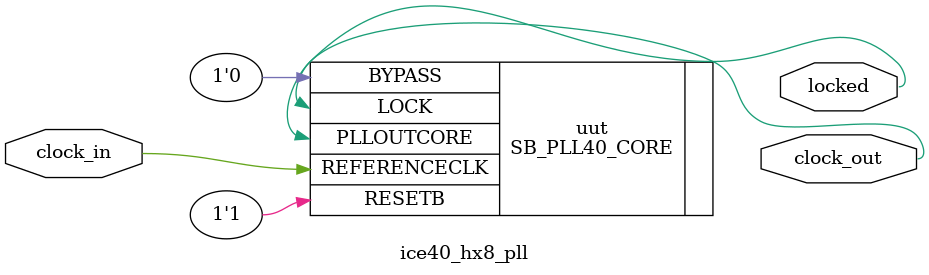
<source format=v>
/**
 * PLL configuration
 *
 * This Verilog module was generated automatically
 * using the icepll tool from the IceStorm project.
 * Use at your own risk.
 *
 * Given input frequency:       100.000 MHz
 * Requested output frequency:   30.000 MHz
 * Achieved output frequency:    30.000 MHz
 */

module ice40_hx8_pll(
        input  clock_in,
        output clock_out,
        output locked
    );

    SB_PLL40_CORE #(
                      .FEEDBACK_PATH("SIMPLE"),
                      .DIVR(4'b0100),		// DIVR =  4
                      .DIVF(7'b0101111),	// DIVF = 47
                      .DIVQ(3'b101),		// DIVQ =  5
                      .FILTER_RANGE(3'b010)	// FILTER_RANGE = 2
                  ) uut (
                      .LOCK(locked),
                      .RESETB(1'b1),
                      .BYPASS(1'b0),
                      .REFERENCECLK(clock_in),
                      .PLLOUTCORE(clock_out)
                  );

endmodule

</source>
